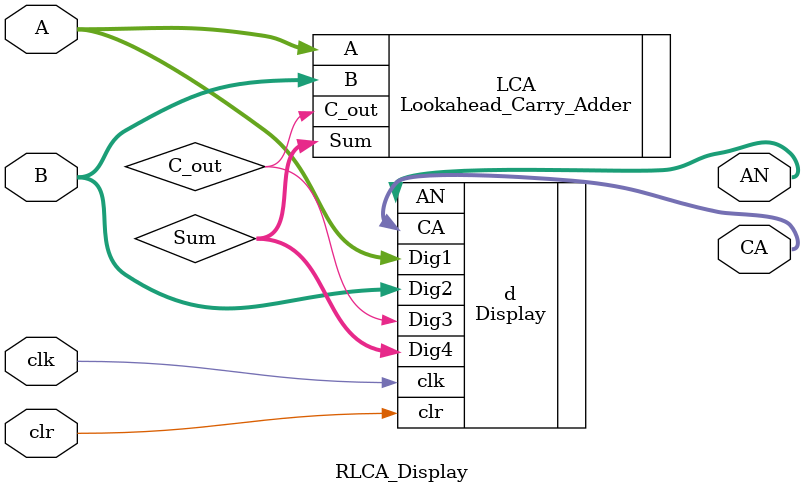
<source format=v>
`timescale 1ns / 1ps


module RLCA_Display(
    input clk,
    input clr,
    input [3:0] A,
    input [3:0] B,
    output [3:0] AN,
    output [6:0] CA
    );
    
    wire C_out;
    wire [3:0] Sum;
    
    Display d(
        .clk(clk),
        .clr(clr),
        .Dig1(A),
        .Dig2(B),
        .Dig3(C_out),
        .Dig4(Sum),
        .AN(AN),
        .CA(CA)
    ); 
   
    Lookahead_Carry_Adder LCA(
        .A(A),
        .B(B),
        .C_out(C_out),
        .Sum(Sum)
    );    
endmodule

</source>
